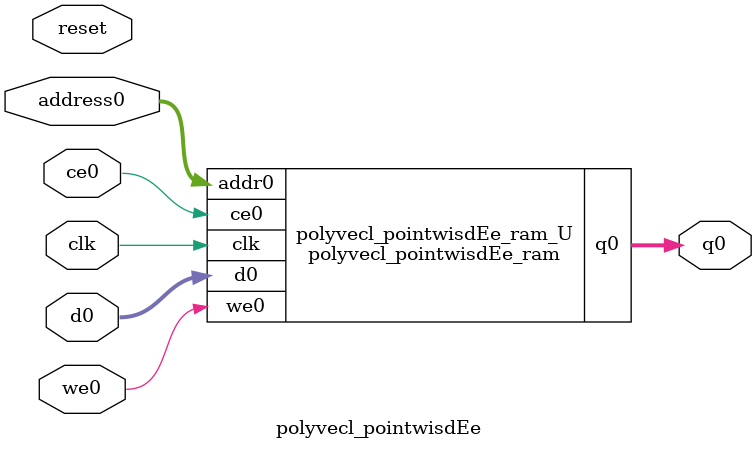
<source format=v>

`timescale 1 ns / 1 ps
module polyvecl_pointwisdEe_ram (addr0, ce0, d0, we0, q0,  clk);

parameter DWIDTH = 32;
parameter AWIDTH = 8;
parameter MEM_SIZE = 256;

input[AWIDTH-1:0] addr0;
input ce0;
input[DWIDTH-1:0] d0;
input we0;
output reg[DWIDTH-1:0] q0;
input clk;

(* ram_style = "block" *)reg [DWIDTH-1:0] ram[0:MEM_SIZE-1];




always @(posedge clk)  
begin 
    if (ce0) 
    begin
        if (we0) 
        begin 
            ram[addr0] <= d0; 
            q0 <= d0;
        end 
        else 
            q0 <= ram[addr0];
    end
end


endmodule


`timescale 1 ns / 1 ps
module polyvecl_pointwisdEe(
    reset,
    clk,
    address0,
    ce0,
    we0,
    d0,
    q0);

parameter DataWidth = 32'd32;
parameter AddressRange = 32'd256;
parameter AddressWidth = 32'd8;
input reset;
input clk;
input[AddressWidth - 1:0] address0;
input ce0;
input we0;
input[DataWidth - 1:0] d0;
output[DataWidth - 1:0] q0;



polyvecl_pointwisdEe_ram polyvecl_pointwisdEe_ram_U(
    .clk( clk ),
    .addr0( address0 ),
    .ce0( ce0 ),
    .we0( we0 ),
    .d0( d0 ),
    .q0( q0 ));

endmodule


</source>
